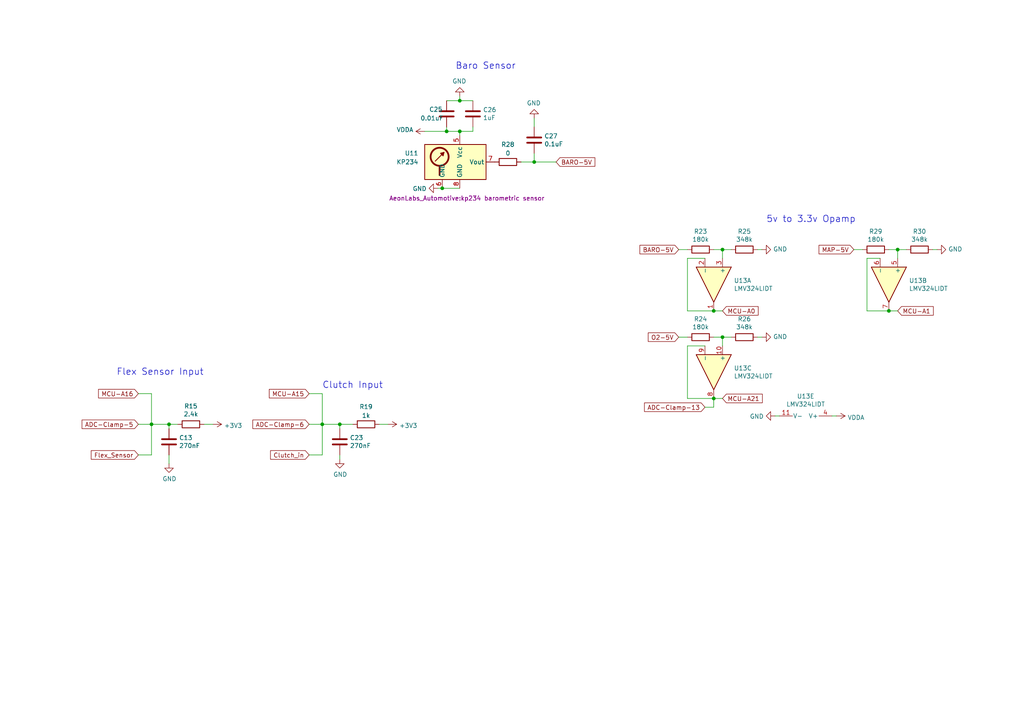
<source format=kicad_sch>
(kicad_sch (version 20230121) (generator eeschema)

  (uuid ccede783-93a9-49b0-a7cd-4796a12bf000)

  (paper "A4")

  (lib_symbols
    (symbol "AeonLabs_Automotive:KP234" (in_bom yes) (on_board yes)
      (property "Reference" "U18" (at -10.8966 2.3114 0)
        (effects (font (size 1.27 1.27)) (justify right))
      )
      (property "Value" "KP234" (at -10.8966 0 0)
        (effects (font (size 1.27 1.27)) (justify right))
      )
      (property "Footprint" "AeonLabs_Automotive:kp234 barometric sensor" (at -10.8966 -2.3114 0)
        (effects (font (size 1.27 1.27)) (justify right))
      )
      (property "Datasheet" "" (at 0 15.24 0)
        (effects (font (size 1.27 1.27)) hide)
      )
      (property "Digikey Part Number" "448-KP234XTMA1CT-ND" (at 19.2024 10.8458 0)
        (effects (font (size 1.27 1.27)) hide)
      )
      (property "Manufacturer_Name" "Infineon" (at 11.1506 12.954 0)
        (effects (font (size 1.27 1.27)) hide)
      )
      (property "Manufacturer_Part_Number" "KP234XTMA1" (at 22.733 13.3096 0)
        (effects (font (size 1.27 1.27)) hide)
      )
      (property "URL" "https://www.digikey.com.au/product-detail/en/infineon-technologies/KP234XTMA1/448-KP234XTMA1CT-ND/12718428" (at -0.1778 20.4216 0)
        (effects (font (size 1.27 1.27)) hide)
      )
      (property "ki_keywords" "absolute pressure sensor" (at 0 0 0)
        (effects (font (size 1.27 1.27)) hide)
      )
      (property "ki_description" "Absolute pressure sensor, 15 to 115kPa, analog output, integrated signal conditioning, temperature compensated, SO package" (at 0 0 0)
        (effects (font (size 1.27 1.27)) hide)
      )
      (symbol "KP234_0_1"
        (circle (center -5.842 1.524) (radius 2.6162)
          (stroke (width 0.508) (type default))
          (fill (type none))
        )
        (polyline
          (pts
            (xy -7.112 0.254)
            (xy -4.572 2.794)
          )
          (stroke (width 0.254) (type default))
          (fill (type none))
        )
        (polyline
          (pts
            (xy -5.842 -1.27)
            (xy -5.842 -3.81)
          )
          (stroke (width 0.508) (type default))
          (fill (type none))
        )
        (polyline
          (pts
            (xy -4.572 2.794)
            (xy -4.826 1.778)
            (xy -5.588 2.54)
            (xy -4.572 2.794)
          )
          (stroke (width 0.254) (type default))
          (fill (type outline))
        )
        (rectangle (start 7.62 5.08) (end -10.16 -5.08)
          (stroke (width 0.254) (type default))
          (fill (type background))
        )
      )
      (symbol "KP234_1_1"
        (pin no_connect line (at 5.08 -5.08 90) (length 2.54) hide
          (name "NC" (effects (font (size 1.27 1.27))))
          (number "1" (effects (font (size 1.27 1.27))))
        )
        (pin no_connect line (at -7.62 -5.08 90) (length 2.54) hide
          (name "NC" (effects (font (size 1.27 1.27))))
          (number "2" (effects (font (size 1.27 1.27))))
        )
        (pin no_connect line (at -2.54 -5.08 90) (length 2.54) hide
          (name "NC" (effects (font (size 1.27 1.27))))
          (number "4" (effects (font (size 1.27 1.27))))
        )
        (pin power_in line (at 0 7.62 270) (length 2.54)
          (name "Vcc" (effects (font (size 1.27 1.27))))
          (number "5" (effects (font (size 1.27 1.27))))
        )
        (pin power_in line (at -5.08 -7.62 90) (length 2.54)
          (name "GND" (effects (font (size 1.27 1.27))))
          (number "6" (effects (font (size 1.27 1.27))))
        )
        (pin output line (at 10.16 0 180) (length 2.54)
          (name "Vout" (effects (font (size 1.27 1.27))))
          (number "7" (effects (font (size 1.27 1.27))))
        )
        (pin power_in line (at 0 -7.62 90) (length 2.54)
          (name "GND" (effects (font (size 1.27 1.27))))
          (number "8" (effects (font (size 1.27 1.27))))
        )
        (pin no_connect line (at 2.54 -5.08 90) (length 2.54) hide
          (name "NC" (effects (font (size 1.27 1.27))))
          (number "8" (effects (font (size 1.27 1.27))))
        )
      )
    )
    (symbol "Amplifier_Operational:LMV324" (pin_names (offset 0.127)) (in_bom yes) (on_board yes)
      (property "Reference" "U" (at 0 5.08 0)
        (effects (font (size 1.27 1.27)) (justify left))
      )
      (property "Value" "LMV324" (at 0 -5.08 0)
        (effects (font (size 1.27 1.27)) (justify left))
      )
      (property "Footprint" "" (at -1.27 2.54 0)
        (effects (font (size 1.27 1.27)) hide)
      )
      (property "Datasheet" "http://www.ti.com/lit/ds/symlink/lmv324.pdf" (at 1.27 5.08 0)
        (effects (font (size 1.27 1.27)) hide)
      )
      (property "ki_locked" "" (at 0 0 0)
        (effects (font (size 1.27 1.27)))
      )
      (property "ki_keywords" "quad opamp" (at 0 0 0)
        (effects (font (size 1.27 1.27)) hide)
      )
      (property "ki_description" "Quad Low-Voltage Rail-to-Rail Output Operational Amplifier, SOIC-14/SSOP-14" (at 0 0 0)
        (effects (font (size 1.27 1.27)) hide)
      )
      (property "ki_fp_filters" "SOIC*3.9x8.7mm*P1.27mm* DIP*W7.62mm* TSSOP*4.4x5mm*P0.65mm* SSOP*5.3x6.2mm*P0.65mm* MSOP*3x3mm*P0.5mm*" (at 0 0 0)
        (effects (font (size 1.27 1.27)) hide)
      )
      (symbol "LMV324_1_1"
        (polyline
          (pts
            (xy -5.08 5.08)
            (xy 5.08 0)
            (xy -5.08 -5.08)
            (xy -5.08 5.08)
          )
          (stroke (width 0.254) (type default))
          (fill (type background))
        )
        (pin output line (at 7.62 0 180) (length 2.54)
          (name "~" (effects (font (size 1.27 1.27))))
          (number "1" (effects (font (size 1.27 1.27))))
        )
        (pin input line (at -7.62 -2.54 0) (length 2.54)
          (name "-" (effects (font (size 1.27 1.27))))
          (number "2" (effects (font (size 1.27 1.27))))
        )
        (pin input line (at -7.62 2.54 0) (length 2.54)
          (name "+" (effects (font (size 1.27 1.27))))
          (number "3" (effects (font (size 1.27 1.27))))
        )
      )
      (symbol "LMV324_2_1"
        (polyline
          (pts
            (xy -5.08 5.08)
            (xy 5.08 0)
            (xy -5.08 -5.08)
            (xy -5.08 5.08)
          )
          (stroke (width 0.254) (type default))
          (fill (type background))
        )
        (pin input line (at -7.62 2.54 0) (length 2.54)
          (name "+" (effects (font (size 1.27 1.27))))
          (number "5" (effects (font (size 1.27 1.27))))
        )
        (pin input line (at -7.62 -2.54 0) (length 2.54)
          (name "-" (effects (font (size 1.27 1.27))))
          (number "6" (effects (font (size 1.27 1.27))))
        )
        (pin output line (at 7.62 0 180) (length 2.54)
          (name "~" (effects (font (size 1.27 1.27))))
          (number "7" (effects (font (size 1.27 1.27))))
        )
      )
      (symbol "LMV324_3_1"
        (polyline
          (pts
            (xy -5.08 5.08)
            (xy 5.08 0)
            (xy -5.08 -5.08)
            (xy -5.08 5.08)
          )
          (stroke (width 0.254) (type default))
          (fill (type background))
        )
        (pin input line (at -7.62 2.54 0) (length 2.54)
          (name "+" (effects (font (size 1.27 1.27))))
          (number "10" (effects (font (size 1.27 1.27))))
        )
        (pin output line (at 7.62 0 180) (length 2.54)
          (name "~" (effects (font (size 1.27 1.27))))
          (number "8" (effects (font (size 1.27 1.27))))
        )
        (pin input line (at -7.62 -2.54 0) (length 2.54)
          (name "-" (effects (font (size 1.27 1.27))))
          (number "9" (effects (font (size 1.27 1.27))))
        )
      )
      (symbol "LMV324_4_1"
        (polyline
          (pts
            (xy -5.08 5.08)
            (xy 5.08 0)
            (xy -5.08 -5.08)
            (xy -5.08 5.08)
          )
          (stroke (width 0.254) (type default))
          (fill (type background))
        )
        (pin input line (at -7.62 2.54 0) (length 2.54)
          (name "+" (effects (font (size 1.27 1.27))))
          (number "12" (effects (font (size 1.27 1.27))))
        )
        (pin input line (at -7.62 -2.54 0) (length 2.54)
          (name "-" (effects (font (size 1.27 1.27))))
          (number "13" (effects (font (size 1.27 1.27))))
        )
        (pin output line (at 7.62 0 180) (length 2.54)
          (name "~" (effects (font (size 1.27 1.27))))
          (number "14" (effects (font (size 1.27 1.27))))
        )
      )
      (symbol "LMV324_5_1"
        (pin power_in line (at -2.54 -7.62 90) (length 3.81)
          (name "V-" (effects (font (size 1.27 1.27))))
          (number "11" (effects (font (size 1.27 1.27))))
        )
        (pin power_in line (at -2.54 7.62 270) (length 3.81)
          (name "V+" (effects (font (size 1.27 1.27))))
          (number "4" (effects (font (size 1.27 1.27))))
        )
      )
    )
    (symbol "Device:C" (pin_numbers hide) (pin_names (offset 0.254)) (in_bom yes) (on_board yes)
      (property "Reference" "C" (at 0.635 2.54 0)
        (effects (font (size 1.27 1.27)) (justify left))
      )
      (property "Value" "C" (at 0.635 -2.54 0)
        (effects (font (size 1.27 1.27)) (justify left))
      )
      (property "Footprint" "" (at 0.9652 -3.81 0)
        (effects (font (size 1.27 1.27)) hide)
      )
      (property "Datasheet" "~" (at 0 0 0)
        (effects (font (size 1.27 1.27)) hide)
      )
      (property "ki_keywords" "cap capacitor" (at 0 0 0)
        (effects (font (size 1.27 1.27)) hide)
      )
      (property "ki_description" "Unpolarized capacitor" (at 0 0 0)
        (effects (font (size 1.27 1.27)) hide)
      )
      (property "ki_fp_filters" "C_*" (at 0 0 0)
        (effects (font (size 1.27 1.27)) hide)
      )
      (symbol "C_0_1"
        (polyline
          (pts
            (xy -2.032 -0.762)
            (xy 2.032 -0.762)
          )
          (stroke (width 0.508) (type default))
          (fill (type none))
        )
        (polyline
          (pts
            (xy -2.032 0.762)
            (xy 2.032 0.762)
          )
          (stroke (width 0.508) (type default))
          (fill (type none))
        )
      )
      (symbol "C_1_1"
        (pin passive line (at 0 3.81 270) (length 2.794)
          (name "~" (effects (font (size 1.27 1.27))))
          (number "1" (effects (font (size 1.27 1.27))))
        )
        (pin passive line (at 0 -3.81 90) (length 2.794)
          (name "~" (effects (font (size 1.27 1.27))))
          (number "2" (effects (font (size 1.27 1.27))))
        )
      )
    )
    (symbol "Device:R" (pin_numbers hide) (pin_names (offset 0)) (in_bom yes) (on_board yes)
      (property "Reference" "R" (at 2.032 0 90)
        (effects (font (size 1.27 1.27)))
      )
      (property "Value" "R" (at 0 0 90)
        (effects (font (size 1.27 1.27)))
      )
      (property "Footprint" "" (at -1.778 0 90)
        (effects (font (size 1.27 1.27)) hide)
      )
      (property "Datasheet" "~" (at 0 0 0)
        (effects (font (size 1.27 1.27)) hide)
      )
      (property "ki_keywords" "R res resistor" (at 0 0 0)
        (effects (font (size 1.27 1.27)) hide)
      )
      (property "ki_description" "Resistor" (at 0 0 0)
        (effects (font (size 1.27 1.27)) hide)
      )
      (property "ki_fp_filters" "R_*" (at 0 0 0)
        (effects (font (size 1.27 1.27)) hide)
      )
      (symbol "R_0_1"
        (rectangle (start -1.016 -2.54) (end 1.016 2.54)
          (stroke (width 0.254) (type default))
          (fill (type none))
        )
      )
      (symbol "R_1_1"
        (pin passive line (at 0 3.81 270) (length 1.27)
          (name "~" (effects (font (size 1.27 1.27))))
          (number "1" (effects (font (size 1.27 1.27))))
        )
        (pin passive line (at 0 -3.81 90) (length 1.27)
          (name "~" (effects (font (size 1.27 1.27))))
          (number "2" (effects (font (size 1.27 1.27))))
        )
      )
    )
    (symbol "power:+3V3" (power) (pin_names (offset 0)) (in_bom yes) (on_board yes)
      (property "Reference" "#PWR" (at 0 -3.81 0)
        (effects (font (size 1.27 1.27)) hide)
      )
      (property "Value" "+3V3" (at 0 3.556 0)
        (effects (font (size 1.27 1.27)))
      )
      (property "Footprint" "" (at 0 0 0)
        (effects (font (size 1.27 1.27)) hide)
      )
      (property "Datasheet" "" (at 0 0 0)
        (effects (font (size 1.27 1.27)) hide)
      )
      (property "ki_keywords" "power-flag" (at 0 0 0)
        (effects (font (size 1.27 1.27)) hide)
      )
      (property "ki_description" "Power symbol creates a global label with name \"+3V3\"" (at 0 0 0)
        (effects (font (size 1.27 1.27)) hide)
      )
      (symbol "+3V3_0_1"
        (polyline
          (pts
            (xy -0.762 1.27)
            (xy 0 2.54)
          )
          (stroke (width 0) (type default))
          (fill (type none))
        )
        (polyline
          (pts
            (xy 0 0)
            (xy 0 2.54)
          )
          (stroke (width 0) (type default))
          (fill (type none))
        )
        (polyline
          (pts
            (xy 0 2.54)
            (xy 0.762 1.27)
          )
          (stroke (width 0) (type default))
          (fill (type none))
        )
      )
      (symbol "+3V3_1_1"
        (pin power_in line (at 0 0 90) (length 0) hide
          (name "+3V3" (effects (font (size 1.27 1.27))))
          (number "1" (effects (font (size 1.27 1.27))))
        )
      )
    )
    (symbol "power:GND" (power) (pin_names (offset 0)) (in_bom yes) (on_board yes)
      (property "Reference" "#PWR" (at 0 -6.35 0)
        (effects (font (size 1.27 1.27)) hide)
      )
      (property "Value" "GND" (at 0 -3.81 0)
        (effects (font (size 1.27 1.27)))
      )
      (property "Footprint" "" (at 0 0 0)
        (effects (font (size 1.27 1.27)) hide)
      )
      (property "Datasheet" "" (at 0 0 0)
        (effects (font (size 1.27 1.27)) hide)
      )
      (property "ki_keywords" "power-flag" (at 0 0 0)
        (effects (font (size 1.27 1.27)) hide)
      )
      (property "ki_description" "Power symbol creates a global label with name \"GND\" , ground" (at 0 0 0)
        (effects (font (size 1.27 1.27)) hide)
      )
      (symbol "GND_0_1"
        (polyline
          (pts
            (xy 0 0)
            (xy 0 -1.27)
            (xy 1.27 -1.27)
            (xy 0 -2.54)
            (xy -1.27 -1.27)
            (xy 0 -1.27)
          )
          (stroke (width 0) (type default))
          (fill (type none))
        )
      )
      (symbol "GND_1_1"
        (pin power_in line (at 0 0 270) (length 0) hide
          (name "GND" (effects (font (size 1.27 1.27))))
          (number "1" (effects (font (size 1.27 1.27))))
        )
      )
    )
    (symbol "power:VDDA" (power) (pin_names (offset 0)) (in_bom yes) (on_board yes)
      (property "Reference" "#PWR" (at 0 -3.81 0)
        (effects (font (size 1.27 1.27)) hide)
      )
      (property "Value" "VDDA" (at 0 3.81 0)
        (effects (font (size 1.27 1.27)))
      )
      (property "Footprint" "" (at 0 0 0)
        (effects (font (size 1.27 1.27)) hide)
      )
      (property "Datasheet" "" (at 0 0 0)
        (effects (font (size 1.27 1.27)) hide)
      )
      (property "ki_keywords" "power-flag" (at 0 0 0)
        (effects (font (size 1.27 1.27)) hide)
      )
      (property "ki_description" "Power symbol creates a global label with name \"VDDA\"" (at 0 0 0)
        (effects (font (size 1.27 1.27)) hide)
      )
      (symbol "VDDA_0_1"
        (polyline
          (pts
            (xy -0.762 1.27)
            (xy 0 2.54)
          )
          (stroke (width 0) (type default))
          (fill (type none))
        )
        (polyline
          (pts
            (xy 0 0)
            (xy 0 2.54)
          )
          (stroke (width 0) (type default))
          (fill (type none))
        )
        (polyline
          (pts
            (xy 0 2.54)
            (xy 0.762 1.27)
          )
          (stroke (width 0) (type default))
          (fill (type none))
        )
      )
      (symbol "VDDA_1_1"
        (pin power_in line (at 0 0 90) (length 0) hide
          (name "VDDA" (effects (font (size 1.27 1.27))))
          (number "1" (effects (font (size 1.27 1.27))))
        )
      )
    )
  )

  (junction (at 133.35 29.21) (diameter 0) (color 0 0 0 0)
    (uuid 01ebb1b5-4c7a-4fd8-a863-f7885885459b)
  )
  (junction (at 207.01 115.57) (diameter 0) (color 0 0 0 0)
    (uuid 057f577a-da05-4652-b4f1-b1c06a61af8e)
  )
  (junction (at 98.552 123.063) (diameter 0) (color 0 0 0 0)
    (uuid 1073e2ab-1f15-45c5-9f39-a4ed310932b4)
  )
  (junction (at 129.54 38.1) (diameter 0) (color 0 0 0 0)
    (uuid 1f1e1f50-1ddd-40fb-9a0a-a43d3501dfbb)
  )
  (junction (at 128.27 54.61) (diameter 0) (color 0 0 0 0)
    (uuid 23f96996-e646-4174-aad7-4e6594ba76c9)
  )
  (junction (at 209.55 72.39) (diameter 0) (color 0 0 0 0)
    (uuid 32581baf-7d40-40cc-afc9-7d4297c2f750)
  )
  (junction (at 43.942 123.063) (diameter 0) (color 0 0 0 0)
    (uuid 3311faf7-cebf-4b03-887f-81682eb2d766)
  )
  (junction (at 154.94 46.99) (diameter 0) (color 0 0 0 0)
    (uuid 52c4e66b-718b-4a2d-8a16-a62432c8fa45)
  )
  (junction (at 49.022 123.063) (diameter 0) (color 0 0 0 0)
    (uuid 77db9235-89b0-4b41-9039-5e76b93e13e4)
  )
  (junction (at 260.35 72.39) (diameter 0) (color 0 0 0 0)
    (uuid 80a00ffb-c6b0-43d4-8459-54561e7cbe63)
  )
  (junction (at 93.472 123.063) (diameter 0) (color 0 0 0 0)
    (uuid 83eaa170-0f51-4bb4-af91-7a5a243a201c)
  )
  (junction (at 257.81 90.17) (diameter 0) (color 0 0 0 0)
    (uuid 84ffbb13-b4ed-4870-b8de-b6d78fbf3794)
  )
  (junction (at 133.35 38.1) (diameter 0) (color 0 0 0 0)
    (uuid 8edccde1-1622-4d2c-a78d-855f9cb558c8)
  )
  (junction (at 207.01 90.17) (diameter 0) (color 0 0 0 0)
    (uuid ae2d78ff-28fa-4915-bc4e-446da5c863a6)
  )
  (junction (at 209.55 97.79) (diameter 0) (color 0 0 0 0)
    (uuid f3357485-b6db-4c56-9f2d-9071ae2e39a7)
  )

  (wire (pts (xy 49.022 123.063) (xy 43.942 123.063))
    (stroke (width 0) (type default))
    (uuid 02426097-2343-483f-9184-b1021f11f671)
  )
  (wire (pts (xy 151.13 46.99) (xy 154.94 46.99))
    (stroke (width 0) (type default))
    (uuid 03b950cc-d086-4154-951c-1c9f8a654f3a)
  )
  (wire (pts (xy 199.39 100.33) (xy 199.39 115.57))
    (stroke (width 0) (type default))
    (uuid 06f480c7-d638-416c-8c08-ed98d430fece)
  )
  (wire (pts (xy 49.022 124.333) (xy 49.022 123.063))
    (stroke (width 0) (type default))
    (uuid 0757ecdd-1a4f-4f75-825e-ff54cc68895a)
  )
  (wire (pts (xy 207.01 118.11) (xy 207.01 115.57))
    (stroke (width 0) (type default))
    (uuid 1316ffae-54b5-461f-a1c3-c1dcd4a8204c)
  )
  (wire (pts (xy 129.54 29.21) (xy 133.35 29.21))
    (stroke (width 0) (type default))
    (uuid 17351e56-0567-400c-b857-33ebfb1e9b1b)
  )
  (wire (pts (xy 93.472 131.953) (xy 93.472 123.063))
    (stroke (width 0) (type default))
    (uuid 2019d1cb-3f44-4350-b567-07ec343b7ded)
  )
  (wire (pts (xy 43.942 123.063) (xy 40.132 123.063))
    (stroke (width 0) (type default))
    (uuid 22b553ec-39b6-4275-9347-df53a7c0db1d)
  )
  (wire (pts (xy 93.472 114.173) (xy 93.472 123.063))
    (stroke (width 0) (type default))
    (uuid 2419f267-078b-4cc4-8bea-095fc4b6eff9)
  )
  (wire (pts (xy 89.662 123.063) (xy 93.472 123.063))
    (stroke (width 0) (type default))
    (uuid 24798a3e-514c-4324-a45c-9c58f6104d10)
  )
  (wire (pts (xy 251.46 90.17) (xy 257.81 90.17))
    (stroke (width 0) (type default))
    (uuid 25ae00e7-d432-41ff-a53a-cf1dc3a4c65b)
  )
  (wire (pts (xy 154.94 34.29) (xy 154.94 36.83))
    (stroke (width 0) (type default))
    (uuid 264fb2aa-5efe-4c17-9303-ca0d68ae4eca)
  )
  (wire (pts (xy 251.46 74.93) (xy 251.46 90.17))
    (stroke (width 0) (type default))
    (uuid 2881b16f-9b95-4d0f-aae8-f18dc06e2414)
  )
  (wire (pts (xy 98.552 123.063) (xy 102.362 123.063))
    (stroke (width 0) (type default))
    (uuid 2d475672-af82-4b88-83ca-3c30f2719f72)
  )
  (wire (pts (xy 199.39 74.93) (xy 204.47 74.93))
    (stroke (width 0) (type default))
    (uuid 30313d19-a7f5-41cb-b853-40d1cc09c957)
  )
  (wire (pts (xy 154.94 46.99) (xy 154.94 44.45))
    (stroke (width 0) (type default))
    (uuid 33a82f10-4417-4c64-86a9-b3ba692dd44c)
  )
  (wire (pts (xy 129.54 36.83) (xy 129.54 38.1))
    (stroke (width 0) (type default))
    (uuid 366c129a-725d-4148-83c6-a739290fcf1f)
  )
  (wire (pts (xy 43.942 114.173) (xy 43.942 123.063))
    (stroke (width 0) (type default))
    (uuid 37f83d32-45f1-46b2-96b2-a40681275916)
  )
  (wire (pts (xy 209.55 90.17) (xy 207.01 90.17))
    (stroke (width 0) (type default))
    (uuid 3d532bb5-150e-451b-823b-48e360f864e1)
  )
  (wire (pts (xy 43.942 131.953) (xy 43.942 123.063))
    (stroke (width 0) (type default))
    (uuid 49b3f8e5-beb0-46c0-af33-92b06a5bdff5)
  )
  (wire (pts (xy 209.55 74.93) (xy 209.55 72.39))
    (stroke (width 0) (type default))
    (uuid 4a5b4456-9bfa-4ab6-b9b8-d82d95ac2986)
  )
  (wire (pts (xy 40.132 114.173) (xy 43.942 114.173))
    (stroke (width 0) (type default))
    (uuid 4b9cce0d-afc3-48b9-a22f-0ea23c5574b8)
  )
  (wire (pts (xy 98.552 124.333) (xy 98.552 123.063))
    (stroke (width 0) (type default))
    (uuid 4d4aee85-73f0-4d61-ad79-1fd8c17096f5)
  )
  (wire (pts (xy 204.47 118.11) (xy 207.01 118.11))
    (stroke (width 0) (type default))
    (uuid 5292f98b-2c83-4c64-93e5-363a90dff236)
  )
  (wire (pts (xy 260.35 72.39) (xy 262.89 72.39))
    (stroke (width 0) (type default))
    (uuid 52b77203-9fa1-49a6-a943-3088813eead3)
  )
  (wire (pts (xy 260.35 72.39) (xy 257.81 72.39))
    (stroke (width 0) (type default))
    (uuid 5b8e2a6e-19a1-4cad-855c-93ae9185f244)
  )
  (wire (pts (xy 209.55 72.39) (xy 212.09 72.39))
    (stroke (width 0) (type default))
    (uuid 5fd2b760-c016-4b2d-b398-e9b65921961f)
  )
  (wire (pts (xy 207.01 90.17) (xy 199.39 90.17))
    (stroke (width 0) (type default))
    (uuid 612da227-f4dc-426d-b00c-940d45a8aedd)
  )
  (wire (pts (xy 220.98 72.39) (xy 219.71 72.39))
    (stroke (width 0) (type default))
    (uuid 661e63a6-57d4-4bd6-8435-e9e47baf2ef9)
  )
  (wire (pts (xy 89.662 131.953) (xy 93.472 131.953))
    (stroke (width 0) (type default))
    (uuid 673f1a23-6661-4620-90df-f91c1a23f2f1)
  )
  (wire (pts (xy 204.47 100.33) (xy 199.39 100.33))
    (stroke (width 0) (type default))
    (uuid 67c7719e-37e3-4339-8047-6d0a6be74bdd)
  )
  (wire (pts (xy 51.562 123.063) (xy 49.022 123.063))
    (stroke (width 0) (type default))
    (uuid 67dca7e5-24d8-4654-9579-d6404307654b)
  )
  (wire (pts (xy 49.022 134.493) (xy 49.022 131.953))
    (stroke (width 0) (type default))
    (uuid 68310a47-af11-4665-bffb-5d4b7b98d48d)
  )
  (wire (pts (xy 137.16 36.83) (xy 137.16 38.1))
    (stroke (width 0) (type default))
    (uuid 7537aea0-b388-442a-aef3-c0c533ab4f03)
  )
  (wire (pts (xy 196.85 72.39) (xy 199.39 72.39))
    (stroke (width 0) (type default))
    (uuid 77f6b099-fdbd-45a8-8eb2-08a3503ba2ff)
  )
  (wire (pts (xy 209.55 72.39) (xy 207.01 72.39))
    (stroke (width 0) (type default))
    (uuid 8a6d0e9f-35fd-49b4-bcfd-bf4c1393d045)
  )
  (wire (pts (xy 199.39 115.57) (xy 207.01 115.57))
    (stroke (width 0) (type default))
    (uuid 8b250678-8232-4131-9946-a13ccccf913d)
  )
  (wire (pts (xy 260.35 90.17) (xy 257.81 90.17))
    (stroke (width 0) (type default))
    (uuid 8b6e1462-8690-40c9-8c39-24bfd9390187)
  )
  (wire (pts (xy 59.182 123.063) (xy 61.722 123.063))
    (stroke (width 0) (type default))
    (uuid 8bf37a13-e175-4246-a4f0-4ab526c58c2e)
  )
  (wire (pts (xy 127 54.61) (xy 128.27 54.61))
    (stroke (width 0) (type default))
    (uuid 91920d21-df1b-4888-98b3-16cd5420c917)
  )
  (wire (pts (xy 128.27 54.61) (xy 133.35 54.61))
    (stroke (width 0) (type default))
    (uuid 94a3d244-3d51-4e5b-b60f-3ca5328df46e)
  )
  (wire (pts (xy 89.662 114.173) (xy 93.472 114.173))
    (stroke (width 0) (type default))
    (uuid 98c41d91-3f72-4f82-8376-ce2f310a6d96)
  )
  (wire (pts (xy 133.35 29.21) (xy 137.16 29.21))
    (stroke (width 0) (type default))
    (uuid 9c65e1c6-8ab1-414a-9272-fe2482ea1a5a)
  )
  (wire (pts (xy 40.132 131.953) (xy 43.942 131.953))
    (stroke (width 0) (type default))
    (uuid 9e477ee6-ad97-4cd4-b02b-4729979c40e2)
  )
  (wire (pts (xy 199.39 90.17) (xy 199.39 74.93))
    (stroke (width 0) (type default))
    (uuid a2240f71-3d3a-4a55-b741-43fc358d4155)
  )
  (wire (pts (xy 98.552 131.953) (xy 98.552 133.223))
    (stroke (width 0) (type default))
    (uuid a701b068-ffdf-4fe2-82fb-151ca618bb47)
  )
  (wire (pts (xy 133.35 29.21) (xy 133.35 27.94))
    (stroke (width 0) (type default))
    (uuid b621f56d-b1db-45b0-a11a-e034b1476ae3)
  )
  (wire (pts (xy 196.85 97.79) (xy 199.39 97.79))
    (stroke (width 0) (type default))
    (uuid b6d3e6b1-4fdb-4600-8339-e15317f74269)
  )
  (wire (pts (xy 260.35 74.93) (xy 260.35 72.39))
    (stroke (width 0) (type default))
    (uuid b8b6ddab-2ad1-4308-b073-b81f42da6c70)
  )
  (wire (pts (xy 154.94 46.99) (xy 161.29 46.99))
    (stroke (width 0) (type default))
    (uuid b9a50e99-44bb-494d-87fb-f50af41bd4ef)
  )
  (wire (pts (xy 109.982 123.063) (xy 112.522 123.063))
    (stroke (width 0) (type default))
    (uuid c1f22372-d0a7-487f-b12d-572047ecc2f5)
  )
  (wire (pts (xy 209.55 100.33) (xy 209.55 97.79))
    (stroke (width 0) (type default))
    (uuid c71f55ed-8b0d-4053-bda8-e1811b500d5c)
  )
  (wire (pts (xy 129.54 38.1) (xy 133.35 38.1))
    (stroke (width 0) (type default))
    (uuid cd2e5225-5247-4632-9c13-2a6002e60f81)
  )
  (wire (pts (xy 242.57 120.65) (xy 241.3 120.65))
    (stroke (width 0) (type default))
    (uuid cf6a2fb6-301e-47f3-a4a0-9ef674598de9)
  )
  (wire (pts (xy 209.55 115.57) (xy 207.01 115.57))
    (stroke (width 0) (type default))
    (uuid d7b9cdb2-7854-4bc2-a467-42f561874a99)
  )
  (wire (pts (xy 247.65 72.39) (xy 250.19 72.39))
    (stroke (width 0) (type default))
    (uuid e26f327f-2acb-443c-aea2-89519237bc54)
  )
  (wire (pts (xy 123.19 38.1) (xy 129.54 38.1))
    (stroke (width 0) (type default))
    (uuid e4b4dd5e-42a4-4627-8586-9eebeb529b8b)
  )
  (wire (pts (xy 133.35 38.1) (xy 133.35 39.37))
    (stroke (width 0) (type default))
    (uuid e9c4bd5e-e01a-4fa6-931d-aa35acdafeac)
  )
  (wire (pts (xy 137.16 38.1) (xy 133.35 38.1))
    (stroke (width 0) (type default))
    (uuid eb13127b-57f4-40ae-92df-580d5eb114d3)
  )
  (wire (pts (xy 220.98 97.79) (xy 219.71 97.79))
    (stroke (width 0) (type default))
    (uuid ebfa3bc5-489a-4b1a-8067-da3c91cb3045)
  )
  (wire (pts (xy 93.472 123.063) (xy 98.552 123.063))
    (stroke (width 0) (type default))
    (uuid ec315fc0-5fbc-46a7-b61d-3e7ba71487f1)
  )
  (wire (pts (xy 224.79 120.65) (xy 226.06 120.65))
    (stroke (width 0) (type default))
    (uuid ec989f6a-bd30-4fe2-a39d-26b0c2f9967b)
  )
  (wire (pts (xy 271.78 72.39) (xy 270.51 72.39))
    (stroke (width 0) (type default))
    (uuid f820bba3-f1dc-4a8b-ae09-d5015b75c2a9)
  )
  (wire (pts (xy 209.55 97.79) (xy 212.09 97.79))
    (stroke (width 0) (type default))
    (uuid fcecf13e-8e72-4ca0-b8fb-1d1a6268eff1)
  )
  (wire (pts (xy 209.55 97.79) (xy 207.01 97.79))
    (stroke (width 0) (type default))
    (uuid fe57d6c6-6a58-4e27-ae49-abe5c6360092)
  )
  (wire (pts (xy 255.27 74.93) (xy 251.46 74.93))
    (stroke (width 0) (type default))
    (uuid ffa004b8-2d3e-4e9a-a384-eefbccb5d81c)
  )

  (text "5v to 3.3v Opamp" (at 222.25 64.77 0)
    (effects (font (size 1.8796 1.8796)) (justify left bottom))
    (uuid 0c7f3068-d7bd-4edc-bafd-a387dbfe8fb4)
  )
  (text "Flex Sensor Input" (at 33.782 109.093 0)
    (effects (font (size 1.8796 1.8796)) (justify left bottom))
    (uuid 20dc8b19-954b-4369-b580-dab885da8ae2)
  )
  (text "Baro Sensor" (at 132.08 20.32 0)
    (effects (font (size 1.8796 1.8796)) (justify left bottom))
    (uuid 55488de3-b6f2-42b8-945c-a8a78c4c18a1)
  )
  (text "Clutch Input" (at 93.472 112.903 0)
    (effects (font (size 1.8796 1.8796)) (justify left bottom))
    (uuid 76c255ae-be6f-425d-a22f-ead2d9b08f5a)
  )

  (global_label "MCU-A15" (shape input) (at 89.662 114.173 180) (fields_autoplaced)
    (effects (font (size 1.27 1.27)) (justify right))
    (uuid 194e61d5-d73f-45e1-86ab-95585456b360)
    (property "Intersheetrefs" "${INTERSHEET_REFS}" (at 78.2785 114.173 0)
      (effects (font (size 1.27 1.27)) (justify right) hide)
    )
  )
  (global_label "MCU-A21" (shape input) (at 209.55 115.57 0) (fields_autoplaced)
    (effects (font (size 1.27 1.27)) (justify left))
    (uuid 2ecf78c3-befb-47ee-8375-56fa5a6da766)
    (property "Intersheetrefs" "${INTERSHEET_REFS}" (at 220.9335 115.57 0)
      (effects (font (size 1.27 1.27)) (justify left) hide)
    )
  )
  (global_label "ADC-Clamp-13" (shape input) (at 204.47 118.11 180) (fields_autoplaced)
    (effects (font (size 1.27 1.27)) (justify right))
    (uuid 46bd029c-54ef-473a-8005-e65fc0b43d3d)
    (property "Intersheetrefs" "${INTERSHEET_REFS}" (at 187.0995 118.11 0)
      (effects (font (size 1.27 1.27)) (justify right) hide)
    )
  )
  (global_label "MAP-5V" (shape input) (at 247.65 72.39 180) (fields_autoplaced)
    (effects (font (size 1.27 1.27)) (justify right))
    (uuid 4ced55ca-7dbd-4769-b59d-e902b8d19a52)
    (property "Intersheetrefs" "${INTERSHEET_REFS}" (at 237.7179 72.39 0)
      (effects (font (size 1.27 1.27)) (justify right) hide)
    )
  )
  (global_label "Flex_Sensor" (shape input) (at 40.132 131.953 180) (fields_autoplaced)
    (effects (font (size 1.27 1.27)) (justify right))
    (uuid 5166ee21-16cc-47d4-a438-2c0e2aa8959c)
    (property "Intersheetrefs" "${INTERSHEET_REFS}" (at 26.6319 131.953 0)
      (effects (font (size 1.27 1.27)) (justify right) hide)
    )
  )
  (global_label "Clutch_in" (shape input) (at 89.662 131.953 180) (fields_autoplaced)
    (effects (font (size 1.27 1.27)) (justify right))
    (uuid 87e00674-48bd-4b33-a20f-73f6e677a63e)
    (property "Intersheetrefs" "${INTERSHEET_REFS}" (at 78.6415 131.953 0)
      (effects (font (size 1.27 1.27)) (justify right) hide)
    )
  )
  (global_label "ADC-Clamp-6" (shape input) (at 89.662 123.063 180) (fields_autoplaced)
    (effects (font (size 1.27 1.27)) (justify right))
    (uuid 9f2913ee-f300-41d4-9b7a-339ae5970c4d)
    (property "Intersheetrefs" "${INTERSHEET_REFS}" (at 73.501 123.063 0)
      (effects (font (size 1.27 1.27)) (justify right) hide)
    )
  )
  (global_label "O2-5V" (shape input) (at 196.85 97.79 180) (fields_autoplaced)
    (effects (font (size 1.27 1.27)) (justify right))
    (uuid ac2f6069-10bd-47b1-9da6-30ef05a3aac0)
    (property "Intersheetrefs" "${INTERSHEET_REFS}" (at 188.1879 97.79 0)
      (effects (font (size 1.27 1.27)) (justify right) hide)
    )
  )
  (global_label "MCU-A0" (shape input) (at 209.55 90.17 0) (fields_autoplaced)
    (effects (font (size 1.27 1.27)) (justify left))
    (uuid b12b094c-4aa1-4993-91f7-74934ef5d33a)
    (property "Intersheetrefs" "${INTERSHEET_REFS}" (at 219.724 90.17 0)
      (effects (font (size 1.27 1.27)) (justify left) hide)
    )
  )
  (global_label "MCU-A1" (shape input) (at 260.35 90.17 0) (fields_autoplaced)
    (effects (font (size 1.27 1.27)) (justify left))
    (uuid d0d95969-747e-4072-a88a-0c7dc66319e5)
    (property "Intersheetrefs" "${INTERSHEET_REFS}" (at 270.524 90.17 0)
      (effects (font (size 1.27 1.27)) (justify left) hide)
    )
  )
  (global_label "BARO-5V" (shape input) (at 161.29 46.99 0) (fields_autoplaced)
    (effects (font (size 1.27 1.27)) (justify left))
    (uuid d3d8510c-6b1c-4e8a-855b-60a000e61716)
    (property "Intersheetrefs" "${INTERSHEET_REFS}" (at 172.3712 46.99 0)
      (effects (font (size 1.27 1.27)) (justify left) hide)
    )
  )
  (global_label "MCU-A16" (shape input) (at 40.132 114.173 180) (fields_autoplaced)
    (effects (font (size 1.27 1.27)) (justify right))
    (uuid de09fd1a-26a8-4769-af3f-9cd5e161dd50)
    (property "Intersheetrefs" "${INTERSHEET_REFS}" (at 28.7485 114.173 0)
      (effects (font (size 1.27 1.27)) (justify right) hide)
    )
  )
  (global_label "ADC-Clamp-5" (shape input) (at 40.132 123.063 180) (fields_autoplaced)
    (effects (font (size 1.27 1.27)) (justify right))
    (uuid eb2337fd-ed0c-4c82-a320-4407e6ace0bd)
    (property "Intersheetrefs" "${INTERSHEET_REFS}" (at 23.971 123.063 0)
      (effects (font (size 1.27 1.27)) (justify right) hide)
    )
  )
  (global_label "BARO-5V" (shape input) (at 196.85 72.39 180) (fields_autoplaced)
    (effects (font (size 1.27 1.27)) (justify right))
    (uuid f1de17b2-77f9-4731-89b1-0e00eaea67cd)
    (property "Intersheetrefs" "${INTERSHEET_REFS}" (at 185.7688 72.39 0)
      (effects (font (size 1.27 1.27)) (justify right) hide)
    )
  )

  (symbol (lib_id "Device:R") (at 106.172 123.063 90) (unit 1)
    (in_bom yes) (on_board yes) (dnp no)
    (uuid 00000000-0000-0000-0000-00005d6b85d4)
    (property "Reference" "R19" (at 106.172 117.983 90)
      (effects (font (size 1.27 1.27)))
    )
    (property "Value" "1k" (at 106.172 120.523 90)
      (effects (font (size 1.27 1.27)))
    )
    (property "Footprint" "Resistor_SMD:R_0603_1608Metric" (at 106.172 124.841 90)
      (effects (font (size 1.27 1.27)) hide)
    )
    (property "Datasheet" "~" (at 106.172 123.063 0)
      (effects (font (size 1.27 1.27)) hide)
    )
    (property "Digikey Part Number" "311-1.00KCRCT-ND" (at 106.172 123.063 0)
      (effects (font (size 1.27 1.27)) hide)
    )
    (property "Manufacturer_Name" "Yageo" (at 106.172 123.063 0)
      (effects (font (size 1.27 1.27)) hide)
    )
    (property "Manufacturer_Part_Number" "RC0805FR-071KL" (at 106.172 123.063 0)
      (effects (font (size 1.27 1.27)) hide)
    )
    (property "URL" "https://www.digikey.com/product-detail/en/yageo/RC0805FR-071KL/311-1.00KCRCT-ND/730391" (at 106.172 123.063 0)
      (effects (font (size 1.27 1.27)) hide)
    )
    (pin "1" (uuid c6adf4e8-8e2f-4e0b-9a17-78ffc02e67e0))
    (pin "2" (uuid 3a851502-ceb7-4cd1-9edd-a9a4dc6750dc))
    (instances
      (project "OEM_ECU"
        (path "/ebe274a6-1c43-4fa2-9d2a-7756c5a7217c/00000000-0000-0000-0000-00005cfb00f8"
          (reference "R19") (unit 1)
        )
      )
    )
  )

  (symbol (lib_id "Device:C") (at 49.022 128.143 0) (unit 1)
    (in_bom yes) (on_board yes) (dnp no)
    (uuid 00000000-0000-0000-0000-00005d6b85d9)
    (property "Reference" "C13" (at 51.943 126.9746 0)
      (effects (font (size 1.27 1.27)) (justify left))
    )
    (property "Value" "270nF" (at 51.943 129.286 0)
      (effects (font (size 1.27 1.27)) (justify left))
    )
    (property "Footprint" "Capacitor_SMD:C_0603_1608Metric" (at 49.9872 131.953 0)
      (effects (font (size 1.27 1.27)) hide)
    )
    (property "Datasheet" "~" (at 49.022 128.143 0)
      (effects (font (size 1.27 1.27)) hide)
    )
    (property "Digikey Part Number" "311-4268-1-ND" (at 49.022 128.143 0)
      (effects (font (size 1.27 1.27)) hide)
    )
    (property "Manufacturer_Name" "Yageo" (at 49.022 128.143 0)
      (effects (font (size 1.27 1.27)) hide)
    )
    (property "Manufacturer_Part_Number" "CC0805JRX7R7BB274" (at 49.022 128.143 0)
      (effects (font (size 1.27 1.27)) hide)
    )
    (property "URL" "https://www.digikey.com.au/product-detail/en/yageo/CC0805JRX7R7BB274/311-4268-1-ND/8025357" (at 49.022 128.143 0)
      (effects (font (size 1.27 1.27)) hide)
    )
    (pin "1" (uuid 90ab535e-3ce3-4146-a995-66175bb989cf))
    (pin "2" (uuid 0f101b9b-9084-4b38-8140-e9bbb2f47dd6))
    (instances
      (project "OEM_ECU"
        (path "/ebe274a6-1c43-4fa2-9d2a-7756c5a7217c/00000000-0000-0000-0000-00005cfb00f8"
          (reference "C13") (unit 1)
        )
      )
    )
  )

  (symbol (lib_id "Device:C") (at 137.16 33.02 0) (unit 1)
    (in_bom yes) (on_board yes) (dnp no)
    (uuid 00000000-0000-0000-0000-00005d6b85e2)
    (property "Reference" "C26" (at 140.081 31.8516 0)
      (effects (font (size 1.27 1.27)) (justify left))
    )
    (property "Value" "1uF" (at 140.081 34.163 0)
      (effects (font (size 1.27 1.27)) (justify left))
    )
    (property "Footprint" "Capacitor_SMD:C_0805_2012Metric" (at 138.1252 36.83 0)
      (effects (font (size 1.27 1.27)) hide)
    )
    (property "Datasheet" "~" (at 137.16 33.02 0)
      (effects (font (size 1.27 1.27)) hide)
    )
    (property "Digikey Part Number" "311-1365-1-ND" (at 137.16 33.02 0)
      (effects (font (size 1.27 1.27)) hide)
    )
    (property "Manufacturer_Name" "Yageo" (at 137.16 33.02 0)
      (effects (font (size 1.27 1.27)) hide)
    )
    (property "Manufacturer_Part_Number" "CC0805KKX7R7BB105" (at 137.16 33.02 0)
      (effects (font (size 1.27 1.27)) hide)
    )
    (property "URL" "https://www.digikey.com/product-detail/en/yageo/CC0805KKX7R7BB105/311-1365-1-ND/2103149" (at 137.16 33.02 0)
      (effects (font (size 1.27 1.27)) hide)
    )
    (pin "1" (uuid de92f0c6-71eb-4d89-bee5-79c40e1af707))
    (pin "2" (uuid a2b7c0b3-01b9-49ec-8b86-0f8671160bab))
    (instances
      (project "OEM_ECU"
        (path "/ebe274a6-1c43-4fa2-9d2a-7756c5a7217c/00000000-0000-0000-0000-00005cfb00f8"
          (reference "C26") (unit 1)
        )
      )
    )
  )

  (symbol (lib_id "power:GND") (at 133.35 27.94 180) (unit 1)
    (in_bom yes) (on_board yes) (dnp no)
    (uuid 00000000-0000-0000-0000-00005d6b85e3)
    (property "Reference" "#PWR0147" (at 133.35 21.59 0)
      (effects (font (size 1.27 1.27)) hide)
    )
    (property "Value" "GND" (at 133.223 23.5458 0)
      (effects (font (size 1.27 1.27)))
    )
    (property "Footprint" "" (at 133.35 27.94 0)
      (effects (font (size 1.27 1.27)) hide)
    )
    (property "Datasheet" "" (at 133.35 27.94 0)
      (effects (font (size 1.27 1.27)) hide)
    )
    (pin "1" (uuid 3063d3c5-17ff-458a-ab9b-c80f58f3ed07))
    (instances
      (project "OEM_ECU"
        (path "/ebe274a6-1c43-4fa2-9d2a-7756c5a7217c/00000000-0000-0000-0000-00005cfb00f8"
          (reference "#PWR0147") (unit 1)
        )
      )
    )
  )

  (symbol (lib_id "Device:R") (at 203.2 72.39 270) (unit 1)
    (in_bom yes) (on_board yes) (dnp no)
    (uuid 00000000-0000-0000-0000-00005d7678e3)
    (property "Reference" "R23" (at 203.2 67.1322 90)
      (effects (font (size 1.27 1.27)))
    )
    (property "Value" "180k" (at 203.2 69.4436 90)
      (effects (font (size 1.27 1.27)))
    )
    (property "Footprint" "Resistor_SMD:R_0805_2012Metric" (at 203.2 70.612 90)
      (effects (font (size 1.27 1.27)) hide)
    )
    (property "Datasheet" "~" (at 203.2 72.39 0)
      (effects (font (size 1.27 1.27)) hide)
    )
    (property "Digikey Part Number" "311-180KCRCT-ND" (at 203.2 72.39 0)
      (effects (font (size 1.27 1.27)) hide)
    )
    (property "Manufacturer_Name" "Yageo" (at 203.2 72.39 0)
      (effects (font (size 1.27 1.27)) hide)
    )
    (property "Manufacturer_Part_Number" "RC0805FR-07180KL" (at 203.2 72.39 0)
      (effects (font (size 1.27 1.27)) hide)
    )
    (property "URL" "https://www.digikey.com.au/product-detail/en/yageo/RC0805FR-07180KL/311-180KCRCT-ND/730597" (at 203.2 72.39 0)
      (effects (font (size 1.27 1.27)) hide)
    )
    (pin "1" (uuid 2bcecaa4-6262-4f7e-8320-5dae937b5724))
    (pin "2" (uuid eb859bd5-cb67-40bf-81dc-6bcf74142183))
    (instances
      (project "OEM_ECU"
        (path "/ebe274a6-1c43-4fa2-9d2a-7756c5a7217c/00000000-0000-0000-0000-00005cfb00f8"
          (reference "R23") (unit 1)
        )
      )
    )
  )

  (symbol (lib_id "power:GND") (at 220.98 72.39 90) (unit 1)
    (in_bom yes) (on_board yes) (dnp no)
    (uuid 00000000-0000-0000-0000-00005d77f44b)
    (property "Reference" "#PWR0160" (at 227.33 72.39 0)
      (effects (font (size 1.27 1.27)) hide)
    )
    (property "Value" "GND" (at 224.2312 72.263 90)
      (effects (font (size 1.27 1.27)) (justify right))
    )
    (property "Footprint" "" (at 220.98 72.39 0)
      (effects (font (size 1.27 1.27)) hide)
    )
    (property "Datasheet" "" (at 220.98 72.39 0)
      (effects (font (size 1.27 1.27)) hide)
    )
    (pin "1" (uuid 49c0d5b8-f00e-4231-b26b-0293d905180d))
    (instances
      (project "OEM_ECU"
        (path "/ebe274a6-1c43-4fa2-9d2a-7756c5a7217c/00000000-0000-0000-0000-00005cfb00f8"
          (reference "#PWR0160") (unit 1)
        )
      )
    )
  )

  (symbol (lib_id "Device:R") (at 266.7 72.39 270) (unit 1)
    (in_bom yes) (on_board yes) (dnp no)
    (uuid 00000000-0000-0000-0000-00005d7ff3ef)
    (property "Reference" "R30" (at 266.7 67.1322 90)
      (effects (font (size 1.27 1.27)))
    )
    (property "Value" "348k" (at 266.7 69.4436 90)
      (effects (font (size 1.27 1.27)))
    )
    (property "Footprint" "Resistor_SMD:R_0805_2012Metric" (at 266.7 70.612 90)
      (effects (font (size 1.27 1.27)) hide)
    )
    (property "Datasheet" "~" (at 266.7 72.39 0)
      (effects (font (size 1.27 1.27)) hide)
    )
    (property "Digikey Part Number" "P348KCDKR-ND" (at 266.7 72.39 0)
      (effects (font (size 1.27 1.27)) hide)
    )
    (property "Manufacturer_Name" "Panasonic" (at 266.7 72.39 0)
      (effects (font (size 1.27 1.27)) hide)
    )
    (property "Manufacturer_Part_Number" "ERJ-6ENF3483V" (at 266.7 72.39 0)
      (effects (font (size 1.27 1.27)) hide)
    )
    (property "URL" "https://www.digikey.com.au/product-detail/en/panasonic-electronic-components/ERJ-6ENF3483V/P348KCDKR-ND/576673" (at 266.7 72.39 0)
      (effects (font (size 1.27 1.27)) hide)
    )
    (pin "1" (uuid 529e3a22-8af5-4848-b972-7f5afe1a5819))
    (pin "2" (uuid ee97a950-76db-48a1-a2fa-135b0cb60141))
    (instances
      (project "OEM_ECU"
        (path "/ebe274a6-1c43-4fa2-9d2a-7756c5a7217c/00000000-0000-0000-0000-00005cfb00f8"
          (reference "R30") (unit 1)
        )
      )
    )
  )

  (symbol (lib_id "power:GND") (at 271.78 72.39 90) (unit 1)
    (in_bom yes) (on_board yes) (dnp no)
    (uuid 00000000-0000-0000-0000-00005d7ff3f5)
    (property "Reference" "#PWR0163" (at 278.13 72.39 0)
      (effects (font (size 1.27 1.27)) hide)
    )
    (property "Value" "GND" (at 275.0312 72.263 90)
      (effects (font (size 1.27 1.27)) (justify right))
    )
    (property "Footprint" "" (at 271.78 72.39 0)
      (effects (font (size 1.27 1.27)) hide)
    )
    (property "Datasheet" "" (at 271.78 72.39 0)
      (effects (font (size 1.27 1.27)) hide)
    )
    (pin "1" (uuid 835fedc9-6f66-4b2e-9006-d78a0a949431))
    (instances
      (project "OEM_ECU"
        (path "/ebe274a6-1c43-4fa2-9d2a-7756c5a7217c/00000000-0000-0000-0000-00005cfb00f8"
          (reference "#PWR0163") (unit 1)
        )
      )
    )
  )

  (symbol (lib_id "Device:R") (at 203.2 97.79 270) (unit 1)
    (in_bom yes) (on_board yes) (dnp no)
    (uuid 00000000-0000-0000-0000-00005d8726a9)
    (property "Reference" "R24" (at 203.2 92.5322 90)
      (effects (font (size 1.27 1.27)))
    )
    (property "Value" "180k" (at 203.2 94.8436 90)
      (effects (font (size 1.27 1.27)))
    )
    (property "Footprint" "Resistor_SMD:R_0805_2012Metric" (at 203.2 96.012 90)
      (effects (font (size 1.27 1.27)) hide)
    )
    (property "Datasheet" "~" (at 203.2 97.79 0)
      (effects (font (size 1.27 1.27)) hide)
    )
    (property "Digikey Part Number" "311-180KCRCT-ND" (at 203.2 97.79 0)
      (effects (font (size 1.27 1.27)) hide)
    )
    (property "Manufacturer_Name" "Yageo" (at 203.2 97.79 0)
      (effects (font (size 1.27 1.27)) hide)
    )
    (property "Manufacturer_Part_Number" "RC0805FR-07180KL" (at 203.2 97.79 0)
      (effects (font (size 1.27 1.27)) hide)
    )
    (property "URL" "https://www.digikey.com.au/product-detail/en/yageo/RC0805FR-07180KL/311-180KCRCT-ND/730597" (at 203.2 97.79 0)
      (effects (font (size 1.27 1.27)) hide)
    )
    (pin "1" (uuid 30c6a179-d988-4214-b8ca-fb58bd0b8fcf))
    (pin "2" (uuid ed0570b7-a7a2-464c-be6e-20e69ad86ee9))
    (instances
      (project "OEM_ECU"
        (path "/ebe274a6-1c43-4fa2-9d2a-7756c5a7217c/00000000-0000-0000-0000-00005cfb00f8"
          (reference "R24") (unit 1)
        )
      )
    )
  )

  (symbol (lib_id "Device:R") (at 55.372 123.063 270) (unit 1)
    (in_bom yes) (on_board yes) (dnp no)
    (uuid 00000000-0000-0000-0000-00005d9ffddf)
    (property "Reference" "R15" (at 55.372 117.8052 90)
      (effects (font (size 1.27 1.27)))
    )
    (property "Value" "2.4k" (at 55.372 120.1166 90)
      (effects (font (size 1.27 1.27)))
    )
    (property "Footprint" "Resistor_SMD:R_0603_1608Metric" (at 55.372 121.285 90)
      (effects (font (size 1.27 1.27)) hide)
    )
    (property "Datasheet" "~" (at 55.372 123.063 0)
      (effects (font (size 1.27 1.27)) hide)
    )
    (property "Digikey Part Number" "311-2.40KCRCT-ND" (at 55.372 123.063 0)
      (effects (font (size 1.27 1.27)) hide)
    )
    (property "Manufacturer_Name" "Yageo" (at 55.372 123.063 0)
      (effects (font (size 1.27 1.27)) hide)
    )
    (property "Manufacturer_Part_Number" "RC0805FR-072K4L" (at 55.372 123.063 0)
      (effects (font (size 1.27 1.27)) hide)
    )
    (property "URL" "https://www.digikey.com/product-detail/en/yageo/RC0805FR-072K4L/311-2.40KCRCT-ND/730637" (at 55.372 123.063 0)
      (effects (font (size 1.27 1.27)) hide)
    )
    (pin "1" (uuid 82d253da-1a5a-40be-9fe8-3af53f462cdc))
    (pin "2" (uuid 97dcc65a-b2b6-4ce6-9a02-74da3a9e3b31))
    (instances
      (project "OEM_ECU"
        (path "/ebe274a6-1c43-4fa2-9d2a-7756c5a7217c/00000000-0000-0000-0000-00005cfb00f8"
          (reference "R15") (unit 1)
        )
      )
    )
  )

  (symbol (lib_id "Amplifier_Operational:LMV324") (at 207.01 82.55 270) (unit 1)
    (in_bom yes) (on_board yes) (dnp no)
    (uuid 00000000-0000-0000-0000-00005da923b2)
    (property "Reference" "U13" (at 212.852 81.3816 90)
      (effects (font (size 1.27 1.27)) (justify left))
    )
    (property "Value" "LMV324LIDT" (at 212.852 83.693 90)
      (effects (font (size 1.27 1.27)) (justify left))
    )
    (property "Footprint" "Package_SO:SOIC-14_3.9x8.7mm_P1.27mm" (at 209.55 81.28 0)
      (effects (font (size 1.27 1.27)) hide)
    )
    (property "Datasheet" "http://www.ti.com/lit/ds/symlink/lmv324.pdf" (at 212.09 83.82 0)
      (effects (font (size 1.27 1.27)) hide)
    )
    (property "Digikey Part Number" "497-13052-1-ND" (at 207.01 82.55 0)
      (effects (font (size 1.27 1.27)) hide)
    )
    (property "Manufacturer_Name" "STMicroelectronics" (at 207.01 82.55 0)
      (effects (font (size 1.27 1.27)) hide)
    )
    (property "Manufacturer_Part_Number" "LMV324LIDT" (at 207.01 82.55 0)
      (effects (font (size 1.27 1.27)) hide)
    )
    (property "URL" "https://www.digikey.com.au/product-detail/en/stmicroelectronics/LMV324LIDT/497-13052-1-ND/3458219" (at 207.01 82.55 0)
      (effects (font (size 1.27 1.27)) hide)
    )
    (pin "1" (uuid f6c9d899-f747-41c7-aab0-179c478c0259))
    (pin "2" (uuid 4f42f455-be9c-4bd8-b02d-5119af943cb4))
    (pin "3" (uuid 86f094af-1328-410f-87d5-eaa0a01fac0e))
    (pin "5" (uuid 54a14e2f-89db-4e68-8ee4-3a64a42494c2))
    (pin "6" (uuid b542e199-625b-45a9-b515-07ddc12c562a))
    (pin "7" (uuid 2dd23de9-c057-45cb-98e4-a4905ecbbd8c))
    (pin "10" (uuid f2c989bc-b7b7-470b-b950-8041d75e6343))
    (pin "8" (uuid 1915e68f-11e9-4276-83b9-58dffa6d5cd2))
    (pin "9" (uuid 72fde3dc-737d-4e47-9fe0-5ef5e5e76bb2))
    (pin "12" (uuid 55fc7d17-85ef-4942-a096-357c87710d4c))
    (pin "13" (uuid 953c95fd-c434-4b4c-be59-8538779f504b))
    (pin "14" (uuid 8d29355d-a3ce-4d04-8b62-33eb6b332067))
    (pin "11" (uuid 74460bb9-5c39-41fd-bf8b-b053b57e164f))
    (pin "4" (uuid ad1094c9-ab73-4b44-a437-fc12a0f7d0b9))
    (instances
      (project "OEM_ECU"
        (path "/ebe274a6-1c43-4fa2-9d2a-7756c5a7217c/00000000-0000-0000-0000-00005cfb00f8"
          (reference "U13") (unit 1)
        )
      )
    )
  )

  (symbol (lib_id "Amplifier_Operational:LMV324") (at 257.81 82.55 270) (unit 2)
    (in_bom yes) (on_board yes) (dnp no)
    (uuid 00000000-0000-0000-0000-00005da923b3)
    (property "Reference" "U13" (at 263.652 81.3816 90)
      (effects (font (size 1.27 1.27)) (justify left))
    )
    (property "Value" "LMV324LIDT" (at 263.652 83.693 90)
      (effects (font (size 1.27 1.27)) (justify left))
    )
    (property "Footprint" "Package_SO:SOIC-14_3.9x8.7mm_P1.27mm" (at 260.35 81.28 0)
      (effects (font (size 1.27 1.27)) hide)
    )
    (property "Datasheet" "http://www.ti.com/lit/ds/symlink/lmv324.pdf" (at 262.89 83.82 0)
      (effects (font (size 1.27 1.27)) hide)
    )
    (property "Digikey Part Number" "497-13052-1-ND" (at 257.81 82.55 0)
      (effects (font (size 1.27 1.27)) hide)
    )
    (property "Manufacturer_Name" "STMicroelectronics" (at 257.81 82.55 0)
      (effects (font (size 1.27 1.27)) hide)
    )
    (property "Manufacturer_Part_Number" "LMV324LIDT" (at 257.81 82.55 0)
      (effects (font (size 1.27 1.27)) hide)
    )
    (property "URL" "https://www.digikey.com.au/product-detail/en/stmicroelectronics/LMV324LIDT/497-13052-1-ND/3458219" (at 257.81 82.55 0)
      (effects (font (size 1.27 1.27)) hide)
    )
    (pin "1" (uuid 2d91a0e1-565a-4602-9b86-476b32ccd1d5))
    (pin "2" (uuid c3df241c-311b-424a-9c85-fb7a55c960e1))
    (pin "3" (uuid 89d55fe8-6a1c-4cd0-a4c5-5a51126088d2))
    (pin "5" (uuid 25062c32-7451-4313-9e93-384b2aaeeabd))
    (pin "6" (uuid 40ea0df3-5556-4205-99fb-e9665f5ae6b7))
    (pin "7" (uuid 814a6fe9-6c75-4545-81dd-c4ed2bcce49d))
    (pin "10" (uuid 8c52c3eb-4fc6-468d-8d6e-c1274cee4ec7))
    (pin "8" (uuid c5f4338a-63df-4354-899f-ed45486c2888))
    (pin "9" (uuid c62d53ff-1fae-46e9-bfc1-aac76e9401f7))
    (pin "12" (uuid eaa8d783-d494-4d59-9468-3632d69ac457))
    (pin "13" (uuid f3c40258-3044-440b-98d7-acd6a16bab08))
    (pin "14" (uuid 87f9d616-0af9-48c9-8a99-b634635c72e5))
    (pin "11" (uuid df1cce1c-643e-4498-ab28-09d18fb1a1ad))
    (pin "4" (uuid c6de031f-8ea8-43e3-9abe-40c41c72a07b))
    (instances
      (project "OEM_ECU"
        (path "/ebe274a6-1c43-4fa2-9d2a-7756c5a7217c/00000000-0000-0000-0000-00005cfb00f8"
          (reference "U13") (unit 2)
        )
      )
    )
  )

  (symbol (lib_id "Amplifier_Operational:LMV324") (at 207.01 107.95 270) (unit 3)
    (in_bom yes) (on_board yes) (dnp no)
    (uuid 00000000-0000-0000-0000-00005da923b4)
    (property "Reference" "U13" (at 212.852 106.7816 90)
      (effects (font (size 1.27 1.27)) (justify left))
    )
    (property "Value" "LMV324LIDT" (at 212.852 109.093 90)
      (effects (font (size 1.27 1.27)) (justify left))
    )
    (property "Footprint" "Package_SO:SOIC-14_3.9x8.7mm_P1.27mm" (at 209.55 106.68 0)
      (effects (font (size 1.27 1.27)) hide)
    )
    (property "Datasheet" "http://www.ti.com/lit/ds/symlink/lmv324.pdf" (at 212.09 109.22 0)
      (effects (font (size 1.27 1.27)) hide)
    )
    (property "Digikey Part Number" "497-13052-1-ND" (at 207.01 107.95 0)
      (effects (font (size 1.27 1.27)) hide)
    )
    (property "Manufacturer_Name" "STMicroelectronics" (at 207.01 107.95 0)
      (effects (font (size 1.27 1.27)) hide)
    )
    (property "Manufacturer_Part_Number" "LMV324LIDT" (at 207.01 107.95 0)
      (effects (font (size 1.27 1.27)) hide)
    )
    (property "URL" "https://www.digikey.com.au/product-detail/en/stmicroelectronics/LMV324LIDT/497-13052-1-ND/3458219" (at 207.01 107.95 0)
      (effects (font (size 1.27 1.27)) hide)
    )
    (pin "1" (uuid 5f6ce3de-9ea8-4205-88fc-04b08d6c5b23))
    (pin "2" (uuid fa1b40aa-62cd-4bd9-8f43-c49713e9f1a6))
    (pin "3" (uuid daf17004-aeb2-40db-bcc4-f857102f766f))
    (pin "5" (uuid 46d8d2e0-9a96-4e38-aa77-8018727da3f3))
    (pin "6" (uuid a199a986-6bd9-46a7-87b6-b1408eea5479))
    (pin "7" (uuid a44f8535-7cbc-49e7-b79e-2f9bf34f169d))
    (pin "10" (uuid c4a8c237-7f1f-4959-bfca-205814cb54b1))
    (pin "8" (uuid 72d1fd81-1bd6-4054-a001-37b14ca13844))
    (pin "9" (uuid cb32a960-94a5-4c4d-912f-173a7d775389))
    (pin "12" (uuid 361a7181-e4f8-4499-be5a-a08646cd179d))
    (pin "13" (uuid 82caf809-df89-43d4-962d-606e5be3384d))
    (pin "14" (uuid ba4731d8-537a-4983-8c58-4864d98162a3))
    (pin "11" (uuid a576f9dd-cd42-4809-ae37-8ff377ba4425))
    (pin "4" (uuid 1f19a842-a33f-4d2f-baac-f14635a60cf5))
    (instances
      (project "OEM_ECU"
        (path "/ebe274a6-1c43-4fa2-9d2a-7756c5a7217c/00000000-0000-0000-0000-00005cfb00f8"
          (reference "U13") (unit 3)
        )
      )
    )
  )

  (symbol (lib_id "Amplifier_Operational:LMV324") (at 233.68 123.19 270) (unit 5)
    (in_bom yes) (on_board yes) (dnp no)
    (uuid 00000000-0000-0000-0000-00005da923b6)
    (property "Reference" "U13" (at 233.68 114.935 90)
      (effects (font (size 1.27 1.27)))
    )
    (property "Value" "LMV324LIDT" (at 233.68 117.2464 90)
      (effects (font (size 1.27 1.27)))
    )
    (property "Footprint" "Package_SO:SOIC-14_3.9x8.7mm_P1.27mm" (at 236.22 121.92 0)
      (effects (font (size 1.27 1.27)) hide)
    )
    (property "Datasheet" "http://www.ti.com/lit/ds/symlink/lmv324.pdf" (at 238.76 124.46 0)
      (effects (font (size 1.27 1.27)) hide)
    )
    (property "Digikey Part Number" "497-13052-1-ND" (at 233.68 123.19 0)
      (effects (font (size 1.27 1.27)) hide)
    )
    (property "Manufacturer_Name" "STMicroelectronics" (at 233.68 123.19 0)
      (effects (font (size 1.27 1.27)) hide)
    )
    (property "Manufacturer_Part_Number" "LMV324LIDT" (at 233.68 123.19 0)
      (effects (font (size 1.27 1.27)) hide)
    )
    (property "URL" "https://www.digikey.com.au/product-detail/en/stmicroelectronics/LMV324LIDT/497-13052-1-ND/3458219" (at 233.68 123.19 0)
      (effects (font (size 1.27 1.27)) hide)
    )
    (pin "1" (uuid 21a053e9-4690-4f8b-ac8a-fb410e71fa63))
    (pin "2" (uuid ee08d71c-dd23-49f9-b04e-e167550da2d6))
    (pin "3" (uuid 58007341-7457-4833-b473-d15c53c2ad23))
    (pin "5" (uuid e93151f4-2ae5-4b41-995d-9698d2d72e13))
    (pin "6" (uuid 19036fc6-3d11-4185-945f-d0074b9f7069))
    (pin "7" (uuid 8686ebbf-e940-42d6-944a-0c7b1701b56c))
    (pin "10" (uuid e0225e50-62da-4e92-a195-bfebcc5c55a1))
    (pin "8" (uuid 89dcfa70-94e3-4b67-9523-845b5be603c7))
    (pin "9" (uuid 51206806-f52f-4a9d-bb18-80cfb3468a27))
    (pin "12" (uuid 3deca3f5-3bdd-4662-a65c-0189ed0894e2))
    (pin "13" (uuid 8a10ffec-d1f6-432b-beaa-e54f7d181f37))
    (pin "14" (uuid 663fac97-4e81-495d-b9da-620b2e629c45))
    (pin "11" (uuid 84b3da62-c84e-4fb6-a491-72319525891b))
    (pin "4" (uuid 56a8e27b-133d-4c38-be1d-147d8fedf309))
    (instances
      (project "OEM_ECU"
        (path "/ebe274a6-1c43-4fa2-9d2a-7756c5a7217c/00000000-0000-0000-0000-00005cfb00f8"
          (reference "U13") (unit 5)
        )
      )
    )
  )

  (symbol (lib_id "power:GND") (at 49.022 134.493 0) (unit 1)
    (in_bom yes) (on_board yes) (dnp no)
    (uuid 00000000-0000-0000-0000-00005da923c9)
    (property "Reference" "#PWR0138" (at 49.022 140.843 0)
      (effects (font (size 1.27 1.27)) hide)
    )
    (property "Value" "GND" (at 49.149 138.8872 0)
      (effects (font (size 1.27 1.27)))
    )
    (property "Footprint" "" (at 49.022 134.493 0)
      (effects (font (size 1.27 1.27)) hide)
    )
    (property "Datasheet" "" (at 49.022 134.493 0)
      (effects (font (size 1.27 1.27)) hide)
    )
    (pin "1" (uuid f0d6afab-0a55-4295-981a-bed1654cbbea))
    (instances
      (project "OEM_ECU"
        (path "/ebe274a6-1c43-4fa2-9d2a-7756c5a7217c/00000000-0000-0000-0000-00005cfb00f8"
          (reference "#PWR0138") (unit 1)
        )
      )
    )
  )

  (symbol (lib_id "power:GND") (at 127 54.61 270) (unit 1)
    (in_bom yes) (on_board yes) (dnp no)
    (uuid 00000000-0000-0000-0000-00005da923ca)
    (property "Reference" "#PWR0144" (at 120.65 54.61 0)
      (effects (font (size 1.27 1.27)) hide)
    )
    (property "Value" "GND" (at 123.7488 54.737 90)
      (effects (font (size 1.27 1.27)) (justify right))
    )
    (property "Footprint" "" (at 127 54.61 0)
      (effects (font (size 1.27 1.27)) hide)
    )
    (property "Datasheet" "" (at 127 54.61 0)
      (effects (font (size 1.27 1.27)) hide)
    )
    (pin "1" (uuid 7c0fa748-17c0-4b76-825b-7b6002931715))
    (instances
      (project "OEM_ECU"
        (path "/ebe274a6-1c43-4fa2-9d2a-7756c5a7217c/00000000-0000-0000-0000-00005cfb00f8"
          (reference "#PWR0144") (unit 1)
        )
      )
    )
  )

  (symbol (lib_id "power:GND") (at 154.94 34.29 180) (unit 1)
    (in_bom yes) (on_board yes) (dnp no)
    (uuid 00000000-0000-0000-0000-00005da923cb)
    (property "Reference" "#PWR0145" (at 154.94 27.94 0)
      (effects (font (size 1.27 1.27)) hide)
    )
    (property "Value" "GND" (at 154.813 29.8958 0)
      (effects (font (size 1.27 1.27)))
    )
    (property "Footprint" "" (at 154.94 34.29 0)
      (effects (font (size 1.27 1.27)) hide)
    )
    (property "Datasheet" "" (at 154.94 34.29 0)
      (effects (font (size 1.27 1.27)) hide)
    )
    (pin "1" (uuid 4eb273cd-d29c-4960-b441-88184e4ed8e9))
    (instances
      (project "OEM_ECU"
        (path "/ebe274a6-1c43-4fa2-9d2a-7756c5a7217c/00000000-0000-0000-0000-00005cfb00f8"
          (reference "#PWR0145") (unit 1)
        )
      )
    )
  )

  (symbol (lib_id "power:VDDA") (at 123.19 38.1 90) (unit 1)
    (in_bom yes) (on_board yes) (dnp no)
    (uuid 00000000-0000-0000-0000-00005da923cc)
    (property "Reference" "#PWR0146" (at 127 38.1 0)
      (effects (font (size 1.27 1.27)) hide)
    )
    (property "Value" "VDDA" (at 119.9388 37.6428 90)
      (effects (font (size 1.27 1.27)) (justify left))
    )
    (property "Footprint" "" (at 123.19 38.1 0)
      (effects (font (size 1.27 1.27)) hide)
    )
    (property "Datasheet" "" (at 123.19 38.1 0)
      (effects (font (size 1.27 1.27)) hide)
    )
    (pin "1" (uuid 7e40e111-abf4-47d2-9216-6098c5b86d76))
    (instances
      (project "OEM_ECU"
        (path "/ebe274a6-1c43-4fa2-9d2a-7756c5a7217c/00000000-0000-0000-0000-00005cfb00f8"
          (reference "#PWR0146") (unit 1)
        )
      )
    )
  )

  (symbol (lib_id "Device:C") (at 129.54 33.02 0) (unit 1)
    (in_bom yes) (on_board yes) (dnp no)
    (uuid 00000000-0000-0000-0000-00005da923cd)
    (property "Reference" "C25" (at 124.46 31.75 0)
      (effects (font (size 1.27 1.27)) (justify left))
    )
    (property "Value" "0.01uF" (at 121.92 34.29 0)
      (effects (font (size 1.27 1.27)) (justify left))
    )
    (property "Footprint" "Capacitor_SMD:C_0805_2012Metric" (at 130.5052 36.83 0)
      (effects (font (size 1.27 1.27)) hide)
    )
    (property "Datasheet" "~" (at 129.54 33.02 0)
      (effects (font (size 1.27 1.27)) hide)
    )
    (property "Digikey Part Number" "311-1136-1-ND" (at 129.54 33.02 0)
      (effects (font (size 1.27 1.27)) hide)
    )
    (property "Manufacturer_Name" "Yageo" (at 129.54 33.02 0)
      (effects (font (size 1.27 1.27)) hide)
    )
    (property "Manufacturer_Part_Number" "CC0805KRX7R9BB103" (at 129.54 33.02 0)
      (effects (font (size 1.27 1.27)) hide)
    )
    (property "URL" "https://www.digikey.com/product-detail/en/yageo/CC0805KRX7R9BB103/311-1136-1-ND/303046" (at 129.54 33.02 0)
      (effects (font (size 1.27 1.27)) hide)
    )
    (pin "1" (uuid fbe5f378-9338-46c4-9310-0e94bfbd7e98))
    (pin "2" (uuid 8ff24c9a-cc27-4fc6-b1a8-d8d1b6b99614))
    (instances
      (project "OEM_ECU"
        (path "/ebe274a6-1c43-4fa2-9d2a-7756c5a7217c/00000000-0000-0000-0000-00005cfb00f8"
          (reference "C25") (unit 1)
        )
      )
    )
  )

  (symbol (lib_id "power:+3V3") (at 61.722 123.063 270) (unit 1)
    (in_bom yes) (on_board yes) (dnp no)
    (uuid 00000000-0000-0000-0000-00005da923d0)
    (property "Reference" "#PWR0140" (at 57.912 123.063 0)
      (effects (font (size 1.27 1.27)) hide)
    )
    (property "Value" "+3V3" (at 64.9732 123.444 90)
      (effects (font (size 1.27 1.27)) (justify left))
    )
    (property "Footprint" "" (at 61.722 123.063 0)
      (effects (font (size 1.27 1.27)) hide)
    )
    (property "Datasheet" "" (at 61.722 123.063 0)
      (effects (font (size 1.27 1.27)) hide)
    )
    (pin "1" (uuid 8830d62f-f352-4532-b2a6-a728998f9b02))
    (instances
      (project "OEM_ECU"
        (path "/ebe274a6-1c43-4fa2-9d2a-7756c5a7217c/00000000-0000-0000-0000-00005cfb00f8"
          (reference "#PWR0140") (unit 1)
        )
      )
    )
  )

  (symbol (lib_id "Device:C") (at 98.552 128.143 0) (unit 1)
    (in_bom yes) (on_board yes) (dnp no)
    (uuid 00000000-0000-0000-0000-00005da923d1)
    (property "Reference" "C23" (at 101.473 126.9746 0)
      (effects (font (size 1.27 1.27)) (justify left))
    )
    (property "Value" "270nF" (at 101.473 129.286 0)
      (effects (font (size 1.27 1.27)) (justify left))
    )
    (property "Footprint" "Capacitor_SMD:C_0603_1608Metric" (at 99.5172 131.953 0)
      (effects (font (size 1.27 1.27)) hide)
    )
    (property "Datasheet" "~" (at 98.552 128.143 0)
      (effects (font (size 1.27 1.27)) hide)
    )
    (property "Digikey Part Number" "311-4268-1-ND" (at 98.552 128.143 0)
      (effects (font (size 1.27 1.27)) hide)
    )
    (property "Manufacturer_Name" "Yageo" (at 98.552 128.143 0)
      (effects (font (size 1.27 1.27)) hide)
    )
    (property "Manufacturer_Part_Number" "CC0805JRX7R7BB274" (at 98.552 128.143 0)
      (effects (font (size 1.27 1.27)) hide)
    )
    (property "URL" "https://www.digikey.com.au/product-detail/en/yageo/CC0805JRX7R7BB274/311-4268-1-ND/8025357" (at 98.552 128.143 0)
      (effects (font (size 1.27 1.27)) hide)
    )
    (pin "1" (uuid df047198-2ff2-4488-b741-5d6ba43ec3b9))
    (pin "2" (uuid 80373fc7-0fbd-4573-b53d-5cec7c50b9ca))
    (instances
      (project "OEM_ECU"
        (path "/ebe274a6-1c43-4fa2-9d2a-7756c5a7217c/00000000-0000-0000-0000-00005cfb00f8"
          (reference "C23") (unit 1)
        )
      )
    )
  )

  (symbol (lib_id "power:GND") (at 98.552 133.223 0) (unit 1)
    (in_bom yes) (on_board yes) (dnp no)
    (uuid 00000000-0000-0000-0000-00005da923d2)
    (property "Reference" "#PWR0141" (at 98.552 139.573 0)
      (effects (font (size 1.27 1.27)) hide)
    )
    (property "Value" "GND" (at 98.679 137.6172 0)
      (effects (font (size 1.27 1.27)))
    )
    (property "Footprint" "" (at 98.552 133.223 0)
      (effects (font (size 1.27 1.27)) hide)
    )
    (property "Datasheet" "" (at 98.552 133.223 0)
      (effects (font (size 1.27 1.27)) hide)
    )
    (pin "1" (uuid 3ef7a373-e6bf-4703-b7dc-754a97c4f002))
    (instances
      (project "OEM_ECU"
        (path "/ebe274a6-1c43-4fa2-9d2a-7756c5a7217c/00000000-0000-0000-0000-00005cfb00f8"
          (reference "#PWR0141") (unit 1)
        )
      )
    )
  )

  (symbol (lib_id "power:+3V3") (at 112.522 123.063 270) (unit 1)
    (in_bom yes) (on_board yes) (dnp no)
    (uuid 00000000-0000-0000-0000-00005da923d3)
    (property "Reference" "#PWR0142" (at 108.712 123.063 0)
      (effects (font (size 1.27 1.27)) hide)
    )
    (property "Value" "+3V3" (at 115.7732 123.444 90)
      (effects (font (size 1.27 1.27)) (justify left))
    )
    (property "Footprint" "" (at 112.522 123.063 0)
      (effects (font (size 1.27 1.27)) hide)
    )
    (property "Datasheet" "" (at 112.522 123.063 0)
      (effects (font (size 1.27 1.27)) hide)
    )
    (pin "1" (uuid 8f9f93c7-6aa3-4a50-ba35-9921c7569940))
    (instances
      (project "OEM_ECU"
        (path "/ebe274a6-1c43-4fa2-9d2a-7756c5a7217c/00000000-0000-0000-0000-00005cfb00f8"
          (reference "#PWR0142") (unit 1)
        )
      )
    )
  )

  (symbol (lib_id "Device:R") (at 215.9 72.39 270) (unit 1)
    (in_bom yes) (on_board yes) (dnp no)
    (uuid 00000000-0000-0000-0000-00005da923d7)
    (property "Reference" "R25" (at 215.9 67.1322 90)
      (effects (font (size 1.27 1.27)))
    )
    (property "Value" "348k" (at 215.9 69.4436 90)
      (effects (font (size 1.27 1.27)))
    )
    (property "Footprint" "Resistor_SMD:R_0805_2012Metric" (at 215.9 70.612 90)
      (effects (font (size 1.27 1.27)) hide)
    )
    (property "Datasheet" "~" (at 215.9 72.39 0)
      (effects (font (size 1.27 1.27)) hide)
    )
    (property "Digikey Part Number" "P348KCDKR-ND" (at 215.9 72.39 0)
      (effects (font (size 1.27 1.27)) hide)
    )
    (property "Manufacturer_Name" "Panasonic" (at 215.9 72.39 0)
      (effects (font (size 1.27 1.27)) hide)
    )
    (property "Manufacturer_Part_Number" "ERJ-6ENF3483V" (at 215.9 72.39 0)
      (effects (font (size 1.27 1.27)) hide)
    )
    (property "URL" "https://www.digikey.com.au/product-detail/en/panasonic-electronic-components/ERJ-6ENF3483V/P348KCDKR-ND/576673" (at 215.9 72.39 0)
      (effects (font (size 1.27 1.27)) hide)
    )
    (pin "1" (uuid 6d1fad75-390f-42e2-9cf8-0986f5882f7b))
    (pin "2" (uuid 3fbeb34e-0406-41d2-a8f4-bbd7bc87a95e))
    (instances
      (project "OEM_ECU"
        (path "/ebe274a6-1c43-4fa2-9d2a-7756c5a7217c/00000000-0000-0000-0000-00005cfb00f8"
          (reference "R25") (unit 1)
        )
      )
    )
  )

  (symbol (lib_id "power:GND") (at 224.79 120.65 270) (unit 1)
    (in_bom yes) (on_board yes) (dnp no)
    (uuid 00000000-0000-0000-0000-00005da923d9)
    (property "Reference" "#PWR0161" (at 218.44 120.65 0)
      (effects (font (size 1.27 1.27)) hide)
    )
    (property "Value" "GND" (at 221.5388 120.777 90)
      (effects (font (size 1.27 1.27)) (justify right))
    )
    (property "Footprint" "" (at 224.79 120.65 0)
      (effects (font (size 1.27 1.27)) hide)
    )
    (property "Datasheet" "" (at 224.79 120.65 0)
      (effects (font (size 1.27 1.27)) hide)
    )
    (pin "1" (uuid 4de8a6bb-6c8b-4bbc-a60a-cce9ab847720))
    (instances
      (project "OEM_ECU"
        (path "/ebe274a6-1c43-4fa2-9d2a-7756c5a7217c/00000000-0000-0000-0000-00005cfb00f8"
          (reference "#PWR0161") (unit 1)
        )
      )
    )
  )

  (symbol (lib_id "Device:R") (at 254 72.39 270) (unit 1)
    (in_bom yes) (on_board yes) (dnp no)
    (uuid 00000000-0000-0000-0000-00005da923db)
    (property "Reference" "R29" (at 254 67.1322 90)
      (effects (font (size 1.27 1.27)))
    )
    (property "Value" "180k" (at 254 69.4436 90)
      (effects (font (size 1.27 1.27)))
    )
    (property "Footprint" "Resistor_SMD:R_0805_2012Metric" (at 254 70.612 90)
      (effects (font (size 1.27 1.27)) hide)
    )
    (property "Datasheet" "~" (at 254 72.39 0)
      (effects (font (size 1.27 1.27)) hide)
    )
    (property "Digikey Part Number" "311-180KCRCT-ND" (at 254 72.39 0)
      (effects (font (size 1.27 1.27)) hide)
    )
    (property "Manufacturer_Name" "Yageo" (at 254 72.39 0)
      (effects (font (size 1.27 1.27)) hide)
    )
    (property "Manufacturer_Part_Number" "RC0805FR-07180KL" (at 254 72.39 0)
      (effects (font (size 1.27 1.27)) hide)
    )
    (property "URL" "https://www.digikey.com.au/product-detail/en/yageo/RC0805FR-07180KL/311-180KCRCT-ND/730597" (at 254 72.39 0)
      (effects (font (size 1.27 1.27)) hide)
    )
    (pin "1" (uuid 1fad7c0e-1222-4e2c-b60d-86033f546938))
    (pin "2" (uuid 09b044ad-db25-4c1f-8a7d-0954e7699207))
    (instances
      (project "OEM_ECU"
        (path "/ebe274a6-1c43-4fa2-9d2a-7756c5a7217c/00000000-0000-0000-0000-00005cfb00f8"
          (reference "R29") (unit 1)
        )
      )
    )
  )

  (symbol (lib_id "Device:R") (at 215.9 97.79 270) (unit 1)
    (in_bom yes) (on_board yes) (dnp no)
    (uuid 00000000-0000-0000-0000-00005da923df)
    (property "Reference" "R26" (at 215.9 92.5322 90)
      (effects (font (size 1.27 1.27)))
    )
    (property "Value" "348k" (at 215.9 94.8436 90)
      (effects (font (size 1.27 1.27)))
    )
    (property "Footprint" "Resistor_SMD:R_0805_2012Metric" (at 215.9 96.012 90)
      (effects (font (size 1.27 1.27)) hide)
    )
    (property "Datasheet" "~" (at 215.9 97.79 0)
      (effects (font (size 1.27 1.27)) hide)
    )
    (property "Digikey Part Number" "P348KCDKR-ND" (at 215.9 97.79 0)
      (effects (font (size 1.27 1.27)) hide)
    )
    (property "Manufacturer_Name" "Panasonic" (at 215.9 97.79 0)
      (effects (font (size 1.27 1.27)) hide)
    )
    (property "Manufacturer_Part_Number" "ERJ-6ENF3483V" (at 215.9 97.79 0)
      (effects (font (size 1.27 1.27)) hide)
    )
    (property "URL" "https://www.digikey.com.au/product-detail/en/panasonic-electronic-components/ERJ-6ENF3483V/P348KCDKR-ND/576673" (at 215.9 97.79 0)
      (effects (font (size 1.27 1.27)) hide)
    )
    (pin "1" (uuid db4fae8c-cc1d-43fa-af27-2e49c0fd1953))
    (pin "2" (uuid 66c4ed0c-5a0d-4610-9403-a68378c2eab9))
    (instances
      (project "OEM_ECU"
        (path "/ebe274a6-1c43-4fa2-9d2a-7756c5a7217c/00000000-0000-0000-0000-00005cfb00f8"
          (reference "R26") (unit 1)
        )
      )
    )
  )

  (symbol (lib_id "power:GND") (at 220.98 97.79 90) (unit 1)
    (in_bom yes) (on_board yes) (dnp no)
    (uuid 00000000-0000-0000-0000-00005da923e0)
    (property "Reference" "#PWR0164" (at 227.33 97.79 0)
      (effects (font (size 1.27 1.27)) hide)
    )
    (property "Value" "GND" (at 224.2312 97.663 90)
      (effects (font (size 1.27 1.27)) (justify right))
    )
    (property "Footprint" "" (at 220.98 97.79 0)
      (effects (font (size 1.27 1.27)) hide)
    )
    (property "Datasheet" "" (at 220.98 97.79 0)
      (effects (font (size 1.27 1.27)) hide)
    )
    (pin "1" (uuid f61a8759-49f2-41a5-8361-4ddd1a83af94))
    (instances
      (project "OEM_ECU"
        (path "/ebe274a6-1c43-4fa2-9d2a-7756c5a7217c/00000000-0000-0000-0000-00005cfb00f8"
          (reference "#PWR0164") (unit 1)
        )
      )
    )
  )

  (symbol (lib_id "Device:C") (at 154.94 40.64 0) (unit 1)
    (in_bom yes) (on_board yes) (dnp no)
    (uuid 00000000-0000-0000-0000-00005da923f3)
    (property "Reference" "C27" (at 157.861 39.4716 0)
      (effects (font (size 1.27 1.27)) (justify left))
    )
    (property "Value" "0.1uF" (at 157.861 41.783 0)
      (effects (font (size 1.27 1.27)) (justify left))
    )
    (property "Footprint" "Capacitor_SMD:C_0805_2012Metric" (at 155.9052 44.45 0)
      (effects (font (size 1.27 1.27)) hide)
    )
    (property "Datasheet" "~" (at 154.94 40.64 0)
      (effects (font (size 1.27 1.27)) hide)
    )
    (property "Digikey Part Number" "311-1140-1-ND" (at 154.94 40.64 0)
      (effects (font (size 1.27 1.27)) hide)
    )
    (property "Manufacturer_Name" "Yageo" (at 154.94 40.64 0)
      (effects (font (size 1.27 1.27)) hide)
    )
    (property "Manufacturer_Part_Number" "CC0805KRX7R9BB104" (at 154.94 40.64 0)
      (effects (font (size 1.27 1.27)) hide)
    )
    (property "URL" "https://www.digikey.com.au/product-detail/en/yageo/CC0805KRX7R9BB104/311-1140-1-ND/303050" (at 154.94 40.64 0)
      (effects (font (size 1.27 1.27)) hide)
    )
    (pin "1" (uuid 6a0feb11-6855-44ed-85b5-92791393046b))
    (pin "2" (uuid 8f5f4684-566f-446c-9252-b7124bcff5ca))
    (instances
      (project "OEM_ECU"
        (path "/ebe274a6-1c43-4fa2-9d2a-7756c5a7217c/00000000-0000-0000-0000-00005cfb00f8"
          (reference "C27") (unit 1)
        )
      )
    )
  )

  (symbol (lib_id "Device:R") (at 147.32 46.99 90) (unit 1)
    (in_bom yes) (on_board yes) (dnp no)
    (uuid 00000000-0000-0000-0000-00005da923f4)
    (property "Reference" "R28" (at 147.32 41.91 90)
      (effects (font (size 1.27 1.27)))
    )
    (property "Value" "0" (at 147.32 44.45 90)
      (effects (font (size 1.27 1.27)))
    )
    (property "Footprint" "Resistor_SMD:R_0805_2012Metric" (at 147.32 48.768 90)
      (effects (font (size 1.27 1.27)) hide)
    )
    (property "Datasheet" "~" (at 147.32 46.99 0)
      (effects (font (size 1.27 1.27)) hide)
    )
    (property "Digikey Part Number" "P0.0ACT-ND" (at 147.32 46.99 0)
      (effects (font (size 1.27 1.27)) hide)
    )
    (property "Manufacturer_Name" "Panasonic" (at 147.32 46.99 0)
      (effects (font (size 1.27 1.27)) hide)
    )
    (property "Manufacturer_Part_Number" "ERJ-6GEY0R00V" (at 147.32 46.99 0)
      (effects (font (size 1.27 1.27)) hide)
    )
    (property "URL" "https://www.digikey.com.au/product-detail/en/panasonic-electronic-components/ERJ-6GEY0R00V/P0-0ACT-ND/82955" (at 147.32 46.99 0)
      (effects (font (size 1.27 1.27)) hide)
    )
    (pin "1" (uuid 4015453a-e4c5-45c4-8030-4f22e543fab0))
    (pin "2" (uuid cee64e49-610d-4b21-adb6-179b83a57590))
    (instances
      (project "OEM_ECU"
        (path "/ebe274a6-1c43-4fa2-9d2a-7756c5a7217c/00000000-0000-0000-0000-00005cfb00f8"
          (reference "R28") (unit 1)
        )
      )
    )
  )

  (symbol (lib_id "power:VDDA") (at 242.57 120.65 270) (unit 1)
    (in_bom yes) (on_board yes) (dnp no)
    (uuid 00000000-0000-0000-0000-00005ef109fb)
    (property "Reference" "#PWR0162" (at 238.76 120.65 0)
      (effects (font (size 1.27 1.27)) hide)
    )
    (property "Value" "VDDA" (at 245.8212 121.1072 90)
      (effects (font (size 1.27 1.27)) (justify left))
    )
    (property "Footprint" "" (at 242.57 120.65 0)
      (effects (font (size 1.27 1.27)) hide)
    )
    (property "Datasheet" "" (at 242.57 120.65 0)
      (effects (font (size 1.27 1.27)) hide)
    )
    (pin "1" (uuid 97ab4cc7-179d-49ef-88b8-5c6d9b5a5810))
    (instances
      (project "OEM_ECU"
        (path "/ebe274a6-1c43-4fa2-9d2a-7756c5a7217c/00000000-0000-0000-0000-00005cfb00f8"
          (reference "#PWR0162") (unit 1)
        )
      )
    )
  )

  (symbol (lib_id "AeonLabs_Automotive:KP234") (at 133.35 46.99 0) (unit 1)
    (in_bom yes) (on_board yes) (dnp no)
    (uuid 18d9adb6-d3d3-4b1f-8bb5-bfeafad6b784)
    (property "Reference" "U11" (at 121.3612 44.45 0)
      (effects (font (size 1.27 1.27)) (justify right))
    )
    (property "Value" "KP234" (at 121.3612 46.99 0)
      (effects (font (size 1.27 1.27)) (justify right))
    )
    (property "Footprint" "AeonLabs_Automotive:kp234 barometric sensor" (at 157.988 57.5056 0)
      (effects (font (size 1.27 1.27)) (justify right))
    )
    (property "Datasheet" "" (at 133.35 31.75 0)
      (effects (font (size 1.27 1.27)) hide)
    )
    (property "Digikey Part Number" "448-KP234XTMA1CT-ND" (at 152.5524 36.1442 0)
      (effects (font (size 1.27 1.27)) hide)
    )
    (property "Manufacturer_Name" "Infineon" (at 144.5006 34.036 0)
      (effects (font (size 1.27 1.27)) hide)
    )
    (property "Manufacturer_Part_Number" "KP234XTMA1" (at 156.083 33.6804 0)
      (effects (font (size 1.27 1.27)) hide)
    )
    (property "URL" "https://www.digikey.com.au/product-detail/en/infineon-technologies/KP234XTMA1/448-KP234XTMA1CT-ND/12718428" (at 133.1722 26.5684 0)
      (effects (font (size 1.27 1.27)) hide)
    )
    (pin "1" (uuid afccaf13-6fe8-411a-949b-fed50fe0659e))
    (pin "2" (uuid 8bf55d79-afe2-4875-b54e-8ace079a656c))
    (pin "4" (uuid a98f3bd1-cb3d-41de-b3ec-986e1de88684))
    (pin "5" (uuid bec64265-f7b7-466a-864d-39374c66e921))
    (pin "6" (uuid 2493905e-8156-478b-b9ff-7bfcf87e1e28))
    (pin "7" (uuid 5bf61e85-1519-4111-8587-26f7f47e60fe))
    (pin "8" (uuid c903d4c7-9a43-41e6-a62d-379b2e25d014))
    (pin "8" (uuid 70036444-0bb9-41ac-8184-e81e71b5ebf8))
    (instances
      (project "OEM_ECU"
        (path "/ebe274a6-1c43-4fa2-9d2a-7756c5a7217c/00000000-0000-0000-0000-00005cfb00f8"
          (reference "U11") (unit 1)
        )
      )
    )
  )
)

</source>
